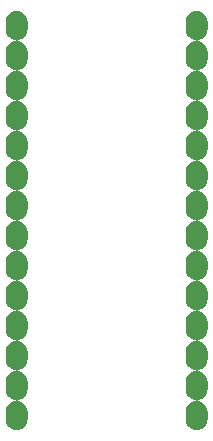
<source format=gbs>
G04 #@! TF.GenerationSoftware,KiCad,Pcbnew,(5.1.2-1)-1*
G04 #@! TF.CreationDate,2019-12-07T17:40:51-05:00*
G04 #@! TF.ProjectId,GW28R8128,47573238-5238-4313-9238-2e6b69636164,rev?*
G04 #@! TF.SameCoordinates,Original*
G04 #@! TF.FileFunction,Soldermask,Bot*
G04 #@! TF.FilePolarity,Negative*
%FSLAX46Y46*%
G04 Gerber Fmt 4.6, Leading zero omitted, Abs format (unit mm)*
G04 Created by KiCad (PCBNEW (5.1.2-1)-1) date 2019-12-07 17:40:51*
%MOMM*%
%LPD*%
G04 APERTURE LIST*
%ADD10C,0.100000*%
G04 APERTURE END LIST*
D10*
G36*
X40821566Y-19117202D02*
G01*
X40996155Y-19170163D01*
X40996158Y-19170164D01*
X41140545Y-19247340D01*
X41157058Y-19256167D01*
X41298091Y-19371909D01*
X41413833Y-19512941D01*
X41456835Y-19593392D01*
X41499836Y-19673841D01*
X41499836Y-19673842D01*
X41499837Y-19673844D01*
X41552798Y-19848433D01*
X41566200Y-19984504D01*
X41566200Y-20655496D01*
X41552798Y-20791567D01*
X41499837Y-20966156D01*
X41499836Y-20966159D01*
X41456835Y-21046608D01*
X41413833Y-21127059D01*
X41298091Y-21268091D01*
X41157059Y-21383833D01*
X41076607Y-21426835D01*
X40996159Y-21469836D01*
X40996156Y-21469837D01*
X40821567Y-21522798D01*
X40780863Y-21526807D01*
X40768654Y-21529235D01*
X40757154Y-21533999D01*
X40746804Y-21540915D01*
X40738002Y-21549717D01*
X40731086Y-21560067D01*
X40726322Y-21571567D01*
X40723894Y-21583776D01*
X40723894Y-21596224D01*
X40726322Y-21608433D01*
X40731086Y-21619933D01*
X40738002Y-21630283D01*
X40746804Y-21639085D01*
X40757154Y-21646001D01*
X40768654Y-21650765D01*
X40780863Y-21653193D01*
X40821566Y-21657202D01*
X40996155Y-21710163D01*
X40996158Y-21710164D01*
X41140545Y-21787340D01*
X41157058Y-21796167D01*
X41298091Y-21911909D01*
X41413833Y-22052941D01*
X41456835Y-22133393D01*
X41499836Y-22213841D01*
X41499836Y-22213842D01*
X41499837Y-22213844D01*
X41552798Y-22388433D01*
X41566200Y-22524504D01*
X41566200Y-23195496D01*
X41552798Y-23331567D01*
X41499837Y-23506156D01*
X41499836Y-23506159D01*
X41456835Y-23586607D01*
X41413833Y-23667059D01*
X41298091Y-23808091D01*
X41157059Y-23923833D01*
X41076608Y-23966835D01*
X40996159Y-24009836D01*
X40996156Y-24009837D01*
X40821567Y-24062798D01*
X40780863Y-24066807D01*
X40768654Y-24069235D01*
X40757154Y-24073999D01*
X40746804Y-24080915D01*
X40738002Y-24089717D01*
X40731086Y-24100067D01*
X40726322Y-24111567D01*
X40723894Y-24123776D01*
X40723894Y-24136224D01*
X40726322Y-24148433D01*
X40731086Y-24159933D01*
X40738002Y-24170283D01*
X40746804Y-24179085D01*
X40757154Y-24186001D01*
X40768654Y-24190765D01*
X40780863Y-24193193D01*
X40821566Y-24197202D01*
X40996155Y-24250163D01*
X40996158Y-24250164D01*
X41140545Y-24327340D01*
X41157058Y-24336167D01*
X41298091Y-24451909D01*
X41413833Y-24592941D01*
X41456835Y-24673393D01*
X41499836Y-24753841D01*
X41499836Y-24753842D01*
X41499837Y-24753844D01*
X41552798Y-24928433D01*
X41566200Y-25064504D01*
X41566200Y-25735496D01*
X41552798Y-25871567D01*
X41499837Y-26046156D01*
X41499836Y-26046159D01*
X41456835Y-26126607D01*
X41413833Y-26207059D01*
X41298091Y-26348091D01*
X41157059Y-26463833D01*
X41076607Y-26506835D01*
X40996159Y-26549836D01*
X40996156Y-26549837D01*
X40821567Y-26602798D01*
X40780863Y-26606807D01*
X40768654Y-26609235D01*
X40757154Y-26613999D01*
X40746804Y-26620915D01*
X40738002Y-26629717D01*
X40731086Y-26640067D01*
X40726322Y-26651567D01*
X40723894Y-26663776D01*
X40723894Y-26676224D01*
X40726322Y-26688433D01*
X40731086Y-26699933D01*
X40738002Y-26710283D01*
X40746804Y-26719085D01*
X40757154Y-26726001D01*
X40768654Y-26730765D01*
X40780863Y-26733193D01*
X40821566Y-26737202D01*
X40996155Y-26790163D01*
X40996158Y-26790164D01*
X41140545Y-26867340D01*
X41157058Y-26876167D01*
X41298091Y-26991909D01*
X41413833Y-27132941D01*
X41456835Y-27213392D01*
X41499836Y-27293841D01*
X41499836Y-27293842D01*
X41499837Y-27293844D01*
X41552798Y-27468433D01*
X41566200Y-27604504D01*
X41566200Y-28275496D01*
X41552798Y-28411567D01*
X41499837Y-28586156D01*
X41499836Y-28586159D01*
X41456835Y-28666608D01*
X41413833Y-28747059D01*
X41298091Y-28888091D01*
X41157059Y-29003833D01*
X41076608Y-29046835D01*
X40996159Y-29089836D01*
X40996156Y-29089837D01*
X40821567Y-29142798D01*
X40780863Y-29146807D01*
X40768654Y-29149235D01*
X40757154Y-29153999D01*
X40746804Y-29160915D01*
X40738002Y-29169717D01*
X40731086Y-29180067D01*
X40726322Y-29191567D01*
X40723894Y-29203776D01*
X40723894Y-29216224D01*
X40726322Y-29228433D01*
X40731086Y-29239933D01*
X40738002Y-29250283D01*
X40746804Y-29259085D01*
X40757154Y-29266001D01*
X40768654Y-29270765D01*
X40780863Y-29273193D01*
X40821566Y-29277202D01*
X40996155Y-29330163D01*
X40996158Y-29330164D01*
X41140545Y-29407340D01*
X41157058Y-29416167D01*
X41298091Y-29531909D01*
X41413833Y-29672941D01*
X41456835Y-29753392D01*
X41499836Y-29833841D01*
X41499836Y-29833842D01*
X41499837Y-29833844D01*
X41552798Y-30008433D01*
X41566200Y-30144504D01*
X41566200Y-30815496D01*
X41552798Y-30951567D01*
X41499837Y-31126156D01*
X41499836Y-31126159D01*
X41456835Y-31206607D01*
X41413833Y-31287059D01*
X41298091Y-31428091D01*
X41157059Y-31543833D01*
X41076608Y-31586835D01*
X40996159Y-31629836D01*
X40996156Y-31629837D01*
X40821567Y-31682798D01*
X40780863Y-31686807D01*
X40768654Y-31689235D01*
X40757154Y-31693999D01*
X40746804Y-31700915D01*
X40738002Y-31709717D01*
X40731086Y-31720067D01*
X40726322Y-31731567D01*
X40723894Y-31743776D01*
X40723894Y-31756224D01*
X40726322Y-31768433D01*
X40731086Y-31779933D01*
X40738002Y-31790283D01*
X40746804Y-31799085D01*
X40757154Y-31806001D01*
X40768654Y-31810765D01*
X40780863Y-31813193D01*
X40821566Y-31817202D01*
X40996155Y-31870163D01*
X40996158Y-31870164D01*
X41140545Y-31947340D01*
X41157058Y-31956167D01*
X41298091Y-32071909D01*
X41413833Y-32212941D01*
X41456835Y-32293392D01*
X41499836Y-32373841D01*
X41499836Y-32373842D01*
X41499837Y-32373844D01*
X41552798Y-32548433D01*
X41566200Y-32684504D01*
X41566200Y-33355496D01*
X41552798Y-33491567D01*
X41499837Y-33666156D01*
X41499836Y-33666159D01*
X41456835Y-33746608D01*
X41413833Y-33827059D01*
X41298091Y-33968091D01*
X41157059Y-34083833D01*
X41076607Y-34126835D01*
X40996159Y-34169836D01*
X40996156Y-34169837D01*
X40821567Y-34222798D01*
X40780863Y-34226807D01*
X40768654Y-34229235D01*
X40757154Y-34233999D01*
X40746804Y-34240915D01*
X40738002Y-34249717D01*
X40731086Y-34260067D01*
X40726322Y-34271567D01*
X40723894Y-34283776D01*
X40723894Y-34296224D01*
X40726322Y-34308433D01*
X40731086Y-34319933D01*
X40738002Y-34330283D01*
X40746804Y-34339085D01*
X40757154Y-34346001D01*
X40768654Y-34350765D01*
X40780863Y-34353193D01*
X40821566Y-34357202D01*
X40996155Y-34410163D01*
X40996158Y-34410164D01*
X41140545Y-34487340D01*
X41157058Y-34496167D01*
X41298091Y-34611909D01*
X41413833Y-34752941D01*
X41456835Y-34833393D01*
X41499836Y-34913841D01*
X41499836Y-34913842D01*
X41499837Y-34913844D01*
X41552798Y-35088433D01*
X41566200Y-35224504D01*
X41566200Y-35895496D01*
X41552798Y-36031567D01*
X41499837Y-36206156D01*
X41499836Y-36206159D01*
X41456835Y-36286607D01*
X41413833Y-36367059D01*
X41298091Y-36508091D01*
X41157059Y-36623833D01*
X41076608Y-36666835D01*
X40996159Y-36709836D01*
X40996156Y-36709837D01*
X40821567Y-36762798D01*
X40780863Y-36766807D01*
X40768654Y-36769235D01*
X40757154Y-36773999D01*
X40746804Y-36780915D01*
X40738002Y-36789717D01*
X40731086Y-36800067D01*
X40726322Y-36811567D01*
X40723894Y-36823776D01*
X40723894Y-36836224D01*
X40726322Y-36848433D01*
X40731086Y-36859933D01*
X40738002Y-36870283D01*
X40746804Y-36879085D01*
X40757154Y-36886001D01*
X40768654Y-36890765D01*
X40780863Y-36893193D01*
X40821566Y-36897202D01*
X40996155Y-36950163D01*
X40996158Y-36950164D01*
X41140545Y-37027340D01*
X41157058Y-37036167D01*
X41298091Y-37151909D01*
X41413833Y-37292941D01*
X41456835Y-37373393D01*
X41499836Y-37453841D01*
X41499836Y-37453842D01*
X41499837Y-37453844D01*
X41552798Y-37628433D01*
X41566200Y-37764504D01*
X41566200Y-38435496D01*
X41552798Y-38571567D01*
X41499837Y-38746156D01*
X41499836Y-38746159D01*
X41456835Y-38826607D01*
X41413833Y-38907059D01*
X41298091Y-39048091D01*
X41157059Y-39163833D01*
X41076607Y-39206835D01*
X40996159Y-39249836D01*
X40996156Y-39249837D01*
X40821567Y-39302798D01*
X40780863Y-39306807D01*
X40768654Y-39309235D01*
X40757154Y-39313999D01*
X40746804Y-39320915D01*
X40738002Y-39329717D01*
X40731086Y-39340067D01*
X40726322Y-39351567D01*
X40723894Y-39363776D01*
X40723894Y-39376224D01*
X40726322Y-39388433D01*
X40731086Y-39399933D01*
X40738002Y-39410283D01*
X40746804Y-39419085D01*
X40757154Y-39426001D01*
X40768654Y-39430765D01*
X40780863Y-39433193D01*
X40821566Y-39437202D01*
X40996155Y-39490163D01*
X40996158Y-39490164D01*
X41140545Y-39567340D01*
X41157058Y-39576167D01*
X41298091Y-39691909D01*
X41413833Y-39832941D01*
X41456835Y-39913393D01*
X41499836Y-39993841D01*
X41499836Y-39993842D01*
X41499837Y-39993844D01*
X41552798Y-40168433D01*
X41566200Y-40304504D01*
X41566200Y-40975496D01*
X41552798Y-41111567D01*
X41499837Y-41286156D01*
X41499836Y-41286159D01*
X41456835Y-41366608D01*
X41413833Y-41447059D01*
X41298091Y-41588091D01*
X41157059Y-41703833D01*
X41076608Y-41746835D01*
X40996159Y-41789836D01*
X40996156Y-41789837D01*
X40821567Y-41842798D01*
X40780863Y-41846807D01*
X40768654Y-41849235D01*
X40757154Y-41853999D01*
X40746804Y-41860915D01*
X40738002Y-41869717D01*
X40731086Y-41880067D01*
X40726322Y-41891567D01*
X40723894Y-41903776D01*
X40723894Y-41916224D01*
X40726322Y-41928433D01*
X40731086Y-41939933D01*
X40738002Y-41950283D01*
X40746804Y-41959085D01*
X40757154Y-41966001D01*
X40768654Y-41970765D01*
X40780863Y-41973193D01*
X40821566Y-41977202D01*
X40996155Y-42030163D01*
X40996158Y-42030164D01*
X41140545Y-42107340D01*
X41157058Y-42116167D01*
X41298091Y-42231909D01*
X41413833Y-42372941D01*
X41456835Y-42453393D01*
X41499836Y-42533841D01*
X41499836Y-42533842D01*
X41499837Y-42533844D01*
X41552798Y-42708433D01*
X41566200Y-42844504D01*
X41566200Y-43515496D01*
X41552798Y-43651567D01*
X41499837Y-43826156D01*
X41499836Y-43826159D01*
X41456835Y-43906608D01*
X41413833Y-43987059D01*
X41298091Y-44128091D01*
X41157059Y-44243833D01*
X41076607Y-44286835D01*
X40996159Y-44329836D01*
X40996156Y-44329837D01*
X40821567Y-44382798D01*
X40780863Y-44386807D01*
X40768654Y-44389235D01*
X40757154Y-44393999D01*
X40746804Y-44400915D01*
X40738002Y-44409717D01*
X40731086Y-44420067D01*
X40726322Y-44431567D01*
X40723894Y-44443776D01*
X40723894Y-44456224D01*
X40726322Y-44468433D01*
X40731086Y-44479933D01*
X40738002Y-44490283D01*
X40746804Y-44499085D01*
X40757154Y-44506001D01*
X40768654Y-44510765D01*
X40780863Y-44513193D01*
X40821566Y-44517202D01*
X40996155Y-44570163D01*
X40996158Y-44570164D01*
X41140545Y-44647340D01*
X41157058Y-44656167D01*
X41298091Y-44771909D01*
X41413833Y-44912941D01*
X41456835Y-44993393D01*
X41499836Y-45073841D01*
X41499836Y-45073842D01*
X41499837Y-45073844D01*
X41552798Y-45248433D01*
X41566200Y-45384504D01*
X41566200Y-46055496D01*
X41552798Y-46191567D01*
X41499837Y-46366156D01*
X41499836Y-46366159D01*
X41456835Y-46446607D01*
X41413833Y-46527059D01*
X41298091Y-46668091D01*
X41157059Y-46783833D01*
X41076608Y-46826835D01*
X40996159Y-46869836D01*
X40996156Y-46869837D01*
X40821567Y-46922798D01*
X40780863Y-46926807D01*
X40768654Y-46929235D01*
X40757154Y-46933999D01*
X40746804Y-46940915D01*
X40738002Y-46949717D01*
X40731086Y-46960067D01*
X40726322Y-46971567D01*
X40723894Y-46983776D01*
X40723894Y-46996224D01*
X40726322Y-47008433D01*
X40731086Y-47019933D01*
X40738002Y-47030283D01*
X40746804Y-47039085D01*
X40757154Y-47046001D01*
X40768654Y-47050765D01*
X40780863Y-47053193D01*
X40821566Y-47057202D01*
X40996155Y-47110163D01*
X40996158Y-47110164D01*
X41140545Y-47187340D01*
X41157058Y-47196167D01*
X41298091Y-47311909D01*
X41413833Y-47452941D01*
X41456835Y-47533393D01*
X41499836Y-47613841D01*
X41499836Y-47613842D01*
X41499837Y-47613844D01*
X41552798Y-47788433D01*
X41566200Y-47924504D01*
X41566200Y-48595496D01*
X41552798Y-48731567D01*
X41499837Y-48906156D01*
X41499836Y-48906159D01*
X41456835Y-48986608D01*
X41413833Y-49067059D01*
X41298091Y-49208091D01*
X41157059Y-49323833D01*
X41076608Y-49366835D01*
X40996159Y-49409836D01*
X40996156Y-49409837D01*
X40821567Y-49462798D01*
X40780863Y-49466807D01*
X40768654Y-49469235D01*
X40757154Y-49473999D01*
X40746804Y-49480915D01*
X40738002Y-49489717D01*
X40731086Y-49500067D01*
X40726322Y-49511567D01*
X40723894Y-49523776D01*
X40723894Y-49536224D01*
X40726322Y-49548433D01*
X40731086Y-49559933D01*
X40738002Y-49570283D01*
X40746804Y-49579085D01*
X40757154Y-49586001D01*
X40768654Y-49590765D01*
X40780863Y-49593193D01*
X40821566Y-49597202D01*
X40996155Y-49650163D01*
X40996158Y-49650164D01*
X41140545Y-49727340D01*
X41157058Y-49736167D01*
X41298091Y-49851909D01*
X41413833Y-49992941D01*
X41456835Y-50073393D01*
X41499836Y-50153841D01*
X41499836Y-50153842D01*
X41499837Y-50153844D01*
X41552798Y-50328433D01*
X41566200Y-50464504D01*
X41566200Y-51135496D01*
X41552798Y-51271567D01*
X41499837Y-51446156D01*
X41499836Y-51446159D01*
X41456835Y-51526608D01*
X41413833Y-51607059D01*
X41298091Y-51748091D01*
X41157059Y-51863833D01*
X41076608Y-51906835D01*
X40996159Y-51949836D01*
X40996156Y-51949837D01*
X40821567Y-52002798D01*
X40780863Y-52006807D01*
X40768654Y-52009235D01*
X40757154Y-52013999D01*
X40746804Y-52020915D01*
X40738002Y-52029717D01*
X40731086Y-52040067D01*
X40726322Y-52051567D01*
X40723894Y-52063776D01*
X40723894Y-52076224D01*
X40726322Y-52088433D01*
X40731086Y-52099933D01*
X40738002Y-52110283D01*
X40746804Y-52119085D01*
X40757154Y-52126001D01*
X40768654Y-52130765D01*
X40780863Y-52133193D01*
X40821566Y-52137202D01*
X40996155Y-52190163D01*
X40996158Y-52190164D01*
X41140545Y-52267340D01*
X41157058Y-52276167D01*
X41298091Y-52391909D01*
X41413833Y-52532941D01*
X41456835Y-52613392D01*
X41499836Y-52693841D01*
X41499836Y-52693842D01*
X41499837Y-52693844D01*
X41552798Y-52868433D01*
X41566200Y-53004504D01*
X41566200Y-53675496D01*
X41552798Y-53811567D01*
X41499837Y-53986156D01*
X41499836Y-53986159D01*
X41456835Y-54066608D01*
X41413833Y-54147059D01*
X41298091Y-54288091D01*
X41157059Y-54403833D01*
X41076608Y-54446835D01*
X40996159Y-54489836D01*
X40996156Y-54489837D01*
X40821567Y-54542798D01*
X40640000Y-54560681D01*
X40458434Y-54542798D01*
X40283845Y-54489837D01*
X40283842Y-54489836D01*
X40203393Y-54446835D01*
X40122942Y-54403833D01*
X39981910Y-54288091D01*
X39866168Y-54147059D01*
X39780163Y-53986156D01*
X39727202Y-53811567D01*
X39713800Y-53675496D01*
X39713800Y-53004505D01*
X39727202Y-52868434D01*
X39780163Y-52693845D01*
X39780164Y-52693842D01*
X39866166Y-52532944D01*
X39866167Y-52532942D01*
X39981909Y-52391909D01*
X40122941Y-52276167D01*
X40203393Y-52233165D01*
X40283841Y-52190164D01*
X40283844Y-52190163D01*
X40458433Y-52137202D01*
X40499137Y-52133193D01*
X40511346Y-52130765D01*
X40522846Y-52126001D01*
X40533196Y-52119085D01*
X40541998Y-52110283D01*
X40548914Y-52099933D01*
X40553678Y-52088433D01*
X40556106Y-52076224D01*
X40556106Y-52063776D01*
X40553678Y-52051567D01*
X40548914Y-52040067D01*
X40541998Y-52029717D01*
X40533196Y-52020915D01*
X40522846Y-52013999D01*
X40511346Y-52009235D01*
X40499137Y-52006807D01*
X40494833Y-52006383D01*
X40458434Y-52002798D01*
X40283845Y-51949837D01*
X40283842Y-51949836D01*
X40203394Y-51906835D01*
X40122942Y-51863833D01*
X39981910Y-51748091D01*
X39866168Y-51607059D01*
X39780163Y-51446156D01*
X39727202Y-51271567D01*
X39713800Y-51135496D01*
X39713800Y-50464505D01*
X39727202Y-50328434D01*
X39780163Y-50153845D01*
X39780164Y-50153842D01*
X39866166Y-49992944D01*
X39866167Y-49992942D01*
X39981909Y-49851909D01*
X40122941Y-49736167D01*
X40203393Y-49693165D01*
X40283841Y-49650164D01*
X40283844Y-49650163D01*
X40458433Y-49597202D01*
X40499137Y-49593193D01*
X40511346Y-49590765D01*
X40522846Y-49586001D01*
X40533196Y-49579085D01*
X40541998Y-49570283D01*
X40548914Y-49559933D01*
X40553678Y-49548433D01*
X40556106Y-49536224D01*
X40556106Y-49523776D01*
X40553678Y-49511567D01*
X40548914Y-49500067D01*
X40541998Y-49489717D01*
X40533196Y-49480915D01*
X40522846Y-49473999D01*
X40511346Y-49469235D01*
X40499137Y-49466807D01*
X40494833Y-49466383D01*
X40458434Y-49462798D01*
X40283845Y-49409837D01*
X40283842Y-49409836D01*
X40203393Y-49366835D01*
X40122942Y-49323833D01*
X39981910Y-49208091D01*
X39866168Y-49067059D01*
X39780163Y-48906156D01*
X39727202Y-48731567D01*
X39713800Y-48595496D01*
X39713800Y-47924505D01*
X39727202Y-47788434D01*
X39780163Y-47613845D01*
X39780164Y-47613842D01*
X39866166Y-47452944D01*
X39866167Y-47452942D01*
X39981909Y-47311909D01*
X40122941Y-47196167D01*
X40203393Y-47153165D01*
X40283841Y-47110164D01*
X40283844Y-47110163D01*
X40458433Y-47057202D01*
X40499137Y-47053193D01*
X40511346Y-47050765D01*
X40522846Y-47046001D01*
X40533196Y-47039085D01*
X40541998Y-47030283D01*
X40548914Y-47019933D01*
X40553678Y-47008433D01*
X40556106Y-46996224D01*
X40556106Y-46983776D01*
X40553678Y-46971567D01*
X40548914Y-46960067D01*
X40541998Y-46949717D01*
X40533196Y-46940915D01*
X40522846Y-46933999D01*
X40511346Y-46929235D01*
X40499137Y-46926807D01*
X40494833Y-46926383D01*
X40458434Y-46922798D01*
X40283845Y-46869837D01*
X40283842Y-46869836D01*
X40203393Y-46826835D01*
X40122942Y-46783833D01*
X39981910Y-46668091D01*
X39866168Y-46527059D01*
X39780163Y-46366156D01*
X39727202Y-46191567D01*
X39713800Y-46055496D01*
X39713800Y-45384505D01*
X39727202Y-45248434D01*
X39780163Y-45073845D01*
X39780164Y-45073842D01*
X39866166Y-44912944D01*
X39866167Y-44912942D01*
X39981909Y-44771909D01*
X40122941Y-44656167D01*
X40203392Y-44613165D01*
X40283841Y-44570164D01*
X40283844Y-44570163D01*
X40458433Y-44517202D01*
X40499137Y-44513193D01*
X40511346Y-44510765D01*
X40522846Y-44506001D01*
X40533196Y-44499085D01*
X40541998Y-44490283D01*
X40548914Y-44479933D01*
X40553678Y-44468433D01*
X40556106Y-44456224D01*
X40556106Y-44443776D01*
X40553678Y-44431567D01*
X40548914Y-44420067D01*
X40541998Y-44409717D01*
X40533196Y-44400915D01*
X40522846Y-44393999D01*
X40511346Y-44389235D01*
X40499137Y-44386807D01*
X40494833Y-44386383D01*
X40458434Y-44382798D01*
X40283845Y-44329837D01*
X40283842Y-44329836D01*
X40203394Y-44286835D01*
X40122942Y-44243833D01*
X39981910Y-44128091D01*
X39866168Y-43987059D01*
X39780163Y-43826156D01*
X39727202Y-43651567D01*
X39713800Y-43515496D01*
X39713800Y-42844505D01*
X39727202Y-42708434D01*
X39780163Y-42533845D01*
X39780164Y-42533842D01*
X39866166Y-42372944D01*
X39866167Y-42372942D01*
X39981909Y-42231909D01*
X40122941Y-42116167D01*
X40203393Y-42073165D01*
X40283841Y-42030164D01*
X40283844Y-42030163D01*
X40458433Y-41977202D01*
X40499137Y-41973193D01*
X40511346Y-41970765D01*
X40522846Y-41966001D01*
X40533196Y-41959085D01*
X40541998Y-41950283D01*
X40548914Y-41939933D01*
X40553678Y-41928433D01*
X40556106Y-41916224D01*
X40556106Y-41903776D01*
X40553678Y-41891567D01*
X40548914Y-41880067D01*
X40541998Y-41869717D01*
X40533196Y-41860915D01*
X40522846Y-41853999D01*
X40511346Y-41849235D01*
X40499137Y-41846807D01*
X40494833Y-41846383D01*
X40458434Y-41842798D01*
X40283845Y-41789837D01*
X40283842Y-41789836D01*
X40203393Y-41746835D01*
X40122942Y-41703833D01*
X39981910Y-41588091D01*
X39866168Y-41447059D01*
X39780163Y-41286156D01*
X39727202Y-41111567D01*
X39713800Y-40975496D01*
X39713800Y-40304505D01*
X39727202Y-40168434D01*
X39780163Y-39993845D01*
X39780164Y-39993842D01*
X39866166Y-39832944D01*
X39866167Y-39832942D01*
X39981909Y-39691909D01*
X40122941Y-39576167D01*
X40203392Y-39533165D01*
X40283841Y-39490164D01*
X40283844Y-39490163D01*
X40458433Y-39437202D01*
X40499137Y-39433193D01*
X40511346Y-39430765D01*
X40522846Y-39426001D01*
X40533196Y-39419085D01*
X40541998Y-39410283D01*
X40548914Y-39399933D01*
X40553678Y-39388433D01*
X40556106Y-39376224D01*
X40556106Y-39363776D01*
X40553678Y-39351567D01*
X40548914Y-39340067D01*
X40541998Y-39329717D01*
X40533196Y-39320915D01*
X40522846Y-39313999D01*
X40511346Y-39309235D01*
X40499137Y-39306807D01*
X40494833Y-39306383D01*
X40458434Y-39302798D01*
X40283845Y-39249837D01*
X40283842Y-39249836D01*
X40203394Y-39206835D01*
X40122942Y-39163833D01*
X39981910Y-39048091D01*
X39866168Y-38907059D01*
X39780163Y-38746156D01*
X39727202Y-38571567D01*
X39713800Y-38435496D01*
X39713800Y-37764505D01*
X39727202Y-37628434D01*
X39780163Y-37453845D01*
X39780164Y-37453842D01*
X39866166Y-37292944D01*
X39866167Y-37292942D01*
X39981909Y-37151909D01*
X40122941Y-37036167D01*
X40203393Y-36993165D01*
X40283841Y-36950164D01*
X40283844Y-36950163D01*
X40458433Y-36897202D01*
X40499137Y-36893193D01*
X40511346Y-36890765D01*
X40522846Y-36886001D01*
X40533196Y-36879085D01*
X40541998Y-36870283D01*
X40548914Y-36859933D01*
X40553678Y-36848433D01*
X40556106Y-36836224D01*
X40556106Y-36823776D01*
X40553678Y-36811567D01*
X40548914Y-36800067D01*
X40541998Y-36789717D01*
X40533196Y-36780915D01*
X40522846Y-36773999D01*
X40511346Y-36769235D01*
X40499137Y-36766807D01*
X40494833Y-36766383D01*
X40458434Y-36762798D01*
X40283845Y-36709837D01*
X40283842Y-36709836D01*
X40203393Y-36666835D01*
X40122942Y-36623833D01*
X39981910Y-36508091D01*
X39866168Y-36367059D01*
X39780163Y-36206156D01*
X39727202Y-36031567D01*
X39713800Y-35895496D01*
X39713800Y-35224505D01*
X39727202Y-35088434D01*
X39780163Y-34913845D01*
X39780164Y-34913842D01*
X39866166Y-34752944D01*
X39866167Y-34752942D01*
X39981909Y-34611909D01*
X40122941Y-34496167D01*
X40203392Y-34453165D01*
X40283841Y-34410164D01*
X40283844Y-34410163D01*
X40458433Y-34357202D01*
X40499137Y-34353193D01*
X40511346Y-34350765D01*
X40522846Y-34346001D01*
X40533196Y-34339085D01*
X40541998Y-34330283D01*
X40548914Y-34319933D01*
X40553678Y-34308433D01*
X40556106Y-34296224D01*
X40556106Y-34283776D01*
X40553678Y-34271567D01*
X40548914Y-34260067D01*
X40541998Y-34249717D01*
X40533196Y-34240915D01*
X40522846Y-34233999D01*
X40511346Y-34229235D01*
X40499137Y-34226807D01*
X40494833Y-34226383D01*
X40458434Y-34222798D01*
X40283845Y-34169837D01*
X40283842Y-34169836D01*
X40203394Y-34126835D01*
X40122942Y-34083833D01*
X39981910Y-33968091D01*
X39866168Y-33827059D01*
X39780163Y-33666156D01*
X39727202Y-33491567D01*
X39713800Y-33355496D01*
X39713800Y-32684505D01*
X39727202Y-32548434D01*
X39780163Y-32373845D01*
X39780164Y-32373842D01*
X39866166Y-32212944D01*
X39866167Y-32212942D01*
X39981909Y-32071909D01*
X40122941Y-31956167D01*
X40203393Y-31913165D01*
X40283841Y-31870164D01*
X40283844Y-31870163D01*
X40458433Y-31817202D01*
X40499137Y-31813193D01*
X40511346Y-31810765D01*
X40522846Y-31806001D01*
X40533196Y-31799085D01*
X40541998Y-31790283D01*
X40548914Y-31779933D01*
X40553678Y-31768433D01*
X40556106Y-31756224D01*
X40556106Y-31743776D01*
X40553678Y-31731567D01*
X40548914Y-31720067D01*
X40541998Y-31709717D01*
X40533196Y-31700915D01*
X40522846Y-31693999D01*
X40511346Y-31689235D01*
X40499137Y-31686807D01*
X40494833Y-31686383D01*
X40458434Y-31682798D01*
X40283845Y-31629837D01*
X40283842Y-31629836D01*
X40203394Y-31586835D01*
X40122942Y-31543833D01*
X39981910Y-31428091D01*
X39866168Y-31287059D01*
X39780163Y-31126156D01*
X39727202Y-30951567D01*
X39713800Y-30815496D01*
X39713800Y-30144505D01*
X39727202Y-30008434D01*
X39780163Y-29833845D01*
X39780164Y-29833842D01*
X39866166Y-29672944D01*
X39866167Y-29672942D01*
X39981909Y-29531909D01*
X40122941Y-29416167D01*
X40203393Y-29373165D01*
X40283841Y-29330164D01*
X40283844Y-29330163D01*
X40458433Y-29277202D01*
X40499137Y-29273193D01*
X40511346Y-29270765D01*
X40522846Y-29266001D01*
X40533196Y-29259085D01*
X40541998Y-29250283D01*
X40548914Y-29239933D01*
X40553678Y-29228433D01*
X40556106Y-29216224D01*
X40556106Y-29203776D01*
X40553678Y-29191567D01*
X40548914Y-29180067D01*
X40541998Y-29169717D01*
X40533196Y-29160915D01*
X40522846Y-29153999D01*
X40511346Y-29149235D01*
X40499137Y-29146807D01*
X40494833Y-29146383D01*
X40458434Y-29142798D01*
X40283845Y-29089837D01*
X40283842Y-29089836D01*
X40203393Y-29046835D01*
X40122942Y-29003833D01*
X39981910Y-28888091D01*
X39866168Y-28747059D01*
X39780163Y-28586156D01*
X39727202Y-28411567D01*
X39713800Y-28275496D01*
X39713800Y-27604505D01*
X39727202Y-27468434D01*
X39780163Y-27293845D01*
X39780164Y-27293842D01*
X39866166Y-27132944D01*
X39866167Y-27132942D01*
X39981909Y-26991909D01*
X40122941Y-26876167D01*
X40203392Y-26833165D01*
X40283841Y-26790164D01*
X40283844Y-26790163D01*
X40458433Y-26737202D01*
X40499137Y-26733193D01*
X40511346Y-26730765D01*
X40522846Y-26726001D01*
X40533196Y-26719085D01*
X40541998Y-26710283D01*
X40548914Y-26699933D01*
X40553678Y-26688433D01*
X40556106Y-26676224D01*
X40556106Y-26663776D01*
X40553678Y-26651567D01*
X40548914Y-26640067D01*
X40541998Y-26629717D01*
X40533196Y-26620915D01*
X40522846Y-26613999D01*
X40511346Y-26609235D01*
X40499137Y-26606807D01*
X40494833Y-26606383D01*
X40458434Y-26602798D01*
X40283845Y-26549837D01*
X40283842Y-26549836D01*
X40203393Y-26506835D01*
X40122942Y-26463833D01*
X39981910Y-26348091D01*
X39866168Y-26207059D01*
X39780163Y-26046156D01*
X39727202Y-25871567D01*
X39713800Y-25735496D01*
X39713800Y-25064505D01*
X39727202Y-24928434D01*
X39780163Y-24753845D01*
X39780164Y-24753842D01*
X39866166Y-24592944D01*
X39866167Y-24592942D01*
X39981909Y-24451909D01*
X40122941Y-24336167D01*
X40203393Y-24293165D01*
X40283841Y-24250164D01*
X40283844Y-24250163D01*
X40458433Y-24197202D01*
X40499137Y-24193193D01*
X40511346Y-24190765D01*
X40522846Y-24186001D01*
X40533196Y-24179085D01*
X40541998Y-24170283D01*
X40548914Y-24159933D01*
X40553678Y-24148433D01*
X40556106Y-24136224D01*
X40556106Y-24123776D01*
X40553678Y-24111567D01*
X40548914Y-24100067D01*
X40541998Y-24089717D01*
X40533196Y-24080915D01*
X40522846Y-24073999D01*
X40511346Y-24069235D01*
X40499137Y-24066807D01*
X40494833Y-24066383D01*
X40458434Y-24062798D01*
X40283845Y-24009837D01*
X40283842Y-24009836D01*
X40203394Y-23966835D01*
X40122942Y-23923833D01*
X39981910Y-23808091D01*
X39866168Y-23667059D01*
X39780163Y-23506156D01*
X39727202Y-23331567D01*
X39713800Y-23195496D01*
X39713800Y-22524505D01*
X39727202Y-22388434D01*
X39780163Y-22213845D01*
X39780164Y-22213842D01*
X39866166Y-22052944D01*
X39866167Y-22052942D01*
X39981909Y-21911909D01*
X40122941Y-21796167D01*
X40203393Y-21753165D01*
X40283841Y-21710164D01*
X40283844Y-21710163D01*
X40458433Y-21657202D01*
X40499137Y-21653193D01*
X40511346Y-21650765D01*
X40522846Y-21646001D01*
X40533196Y-21639085D01*
X40541998Y-21630283D01*
X40548914Y-21619933D01*
X40553678Y-21608433D01*
X40556106Y-21596224D01*
X40556106Y-21583776D01*
X40553678Y-21571567D01*
X40548914Y-21560067D01*
X40541998Y-21549717D01*
X40533196Y-21540915D01*
X40522846Y-21533999D01*
X40511346Y-21529235D01*
X40499137Y-21526807D01*
X40494833Y-21526383D01*
X40458434Y-21522798D01*
X40283845Y-21469837D01*
X40283842Y-21469836D01*
X40203394Y-21426835D01*
X40122942Y-21383833D01*
X39981910Y-21268091D01*
X39866168Y-21127059D01*
X39780163Y-20966156D01*
X39727202Y-20791567D01*
X39713800Y-20655496D01*
X39713800Y-19984505D01*
X39727202Y-19848434D01*
X39780163Y-19673845D01*
X39780164Y-19673842D01*
X39866166Y-19512944D01*
X39866167Y-19512942D01*
X39981909Y-19371909D01*
X40122941Y-19256167D01*
X40203392Y-19213165D01*
X40283841Y-19170164D01*
X40283844Y-19170163D01*
X40458433Y-19117202D01*
X40640000Y-19099319D01*
X40821566Y-19117202D01*
X40821566Y-19117202D01*
G37*
G36*
X56061566Y-19117202D02*
G01*
X56236155Y-19170163D01*
X56236158Y-19170164D01*
X56380545Y-19247340D01*
X56397058Y-19256167D01*
X56538091Y-19371909D01*
X56653833Y-19512941D01*
X56696835Y-19593392D01*
X56739836Y-19673841D01*
X56739836Y-19673842D01*
X56739837Y-19673844D01*
X56792798Y-19848433D01*
X56806200Y-19984504D01*
X56806200Y-20655496D01*
X56792798Y-20791567D01*
X56739837Y-20966156D01*
X56739836Y-20966159D01*
X56696835Y-21046607D01*
X56653833Y-21127059D01*
X56538091Y-21268091D01*
X56397059Y-21383833D01*
X56316607Y-21426835D01*
X56236159Y-21469836D01*
X56236156Y-21469837D01*
X56061567Y-21522798D01*
X56020863Y-21526807D01*
X56008654Y-21529235D01*
X55997154Y-21533999D01*
X55986804Y-21540915D01*
X55978002Y-21549717D01*
X55971086Y-21560067D01*
X55966322Y-21571567D01*
X55963894Y-21583776D01*
X55963894Y-21596224D01*
X55966322Y-21608433D01*
X55971086Y-21619933D01*
X55978002Y-21630283D01*
X55986804Y-21639085D01*
X55997154Y-21646001D01*
X56008654Y-21650765D01*
X56020863Y-21653193D01*
X56061566Y-21657202D01*
X56236155Y-21710163D01*
X56236158Y-21710164D01*
X56380545Y-21787340D01*
X56397058Y-21796167D01*
X56538091Y-21911909D01*
X56653833Y-22052941D01*
X56696835Y-22133393D01*
X56739836Y-22213841D01*
X56739836Y-22213842D01*
X56739837Y-22213844D01*
X56792798Y-22388433D01*
X56806200Y-22524504D01*
X56806200Y-23195496D01*
X56792798Y-23331567D01*
X56739837Y-23506156D01*
X56739836Y-23506159D01*
X56696835Y-23586607D01*
X56653833Y-23667059D01*
X56538091Y-23808091D01*
X56397059Y-23923833D01*
X56316608Y-23966835D01*
X56236159Y-24009836D01*
X56236156Y-24009837D01*
X56061567Y-24062798D01*
X56020863Y-24066807D01*
X56008654Y-24069235D01*
X55997154Y-24073999D01*
X55986804Y-24080915D01*
X55978002Y-24089717D01*
X55971086Y-24100067D01*
X55966322Y-24111567D01*
X55963894Y-24123776D01*
X55963894Y-24136224D01*
X55966322Y-24148433D01*
X55971086Y-24159933D01*
X55978002Y-24170283D01*
X55986804Y-24179085D01*
X55997154Y-24186001D01*
X56008654Y-24190765D01*
X56020863Y-24193193D01*
X56061566Y-24197202D01*
X56236155Y-24250163D01*
X56236158Y-24250164D01*
X56380545Y-24327340D01*
X56397058Y-24336167D01*
X56538091Y-24451909D01*
X56653833Y-24592941D01*
X56696835Y-24673393D01*
X56739836Y-24753841D01*
X56739836Y-24753842D01*
X56739837Y-24753844D01*
X56792798Y-24928433D01*
X56806200Y-25064504D01*
X56806200Y-25735496D01*
X56792798Y-25871567D01*
X56739837Y-26046156D01*
X56739836Y-26046159D01*
X56696835Y-26126607D01*
X56653833Y-26207059D01*
X56538091Y-26348091D01*
X56397059Y-26463833D01*
X56316607Y-26506835D01*
X56236159Y-26549836D01*
X56236156Y-26549837D01*
X56061567Y-26602798D01*
X56020863Y-26606807D01*
X56008654Y-26609235D01*
X55997154Y-26613999D01*
X55986804Y-26620915D01*
X55978002Y-26629717D01*
X55971086Y-26640067D01*
X55966322Y-26651567D01*
X55963894Y-26663776D01*
X55963894Y-26676224D01*
X55966322Y-26688433D01*
X55971086Y-26699933D01*
X55978002Y-26710283D01*
X55986804Y-26719085D01*
X55997154Y-26726001D01*
X56008654Y-26730765D01*
X56020863Y-26733193D01*
X56061566Y-26737202D01*
X56236155Y-26790163D01*
X56236158Y-26790164D01*
X56380545Y-26867340D01*
X56397058Y-26876167D01*
X56538091Y-26991909D01*
X56653833Y-27132941D01*
X56696835Y-27213392D01*
X56739836Y-27293841D01*
X56739836Y-27293842D01*
X56739837Y-27293844D01*
X56792798Y-27468433D01*
X56806200Y-27604504D01*
X56806200Y-28275496D01*
X56792798Y-28411567D01*
X56739837Y-28586156D01*
X56739836Y-28586159D01*
X56696835Y-28666607D01*
X56653833Y-28747059D01*
X56538091Y-28888091D01*
X56397059Y-29003833D01*
X56316608Y-29046835D01*
X56236159Y-29089836D01*
X56236156Y-29089837D01*
X56061567Y-29142798D01*
X56020863Y-29146807D01*
X56008654Y-29149235D01*
X55997154Y-29153999D01*
X55986804Y-29160915D01*
X55978002Y-29169717D01*
X55971086Y-29180067D01*
X55966322Y-29191567D01*
X55963894Y-29203776D01*
X55963894Y-29216224D01*
X55966322Y-29228433D01*
X55971086Y-29239933D01*
X55978002Y-29250283D01*
X55986804Y-29259085D01*
X55997154Y-29266001D01*
X56008654Y-29270765D01*
X56020863Y-29273193D01*
X56061566Y-29277202D01*
X56236155Y-29330163D01*
X56236158Y-29330164D01*
X56380545Y-29407340D01*
X56397058Y-29416167D01*
X56538091Y-29531909D01*
X56653833Y-29672941D01*
X56696835Y-29753392D01*
X56739836Y-29833841D01*
X56739836Y-29833842D01*
X56739837Y-29833844D01*
X56792798Y-30008433D01*
X56806200Y-30144504D01*
X56806200Y-30815496D01*
X56792798Y-30951567D01*
X56739837Y-31126156D01*
X56739836Y-31126159D01*
X56696835Y-31206608D01*
X56653833Y-31287059D01*
X56538091Y-31428091D01*
X56397059Y-31543833D01*
X56316608Y-31586835D01*
X56236159Y-31629836D01*
X56236156Y-31629837D01*
X56061567Y-31682798D01*
X56020863Y-31686807D01*
X56008654Y-31689235D01*
X55997154Y-31693999D01*
X55986804Y-31700915D01*
X55978002Y-31709717D01*
X55971086Y-31720067D01*
X55966322Y-31731567D01*
X55963894Y-31743776D01*
X55963894Y-31756224D01*
X55966322Y-31768433D01*
X55971086Y-31779933D01*
X55978002Y-31790283D01*
X55986804Y-31799085D01*
X55997154Y-31806001D01*
X56008654Y-31810765D01*
X56020863Y-31813193D01*
X56061566Y-31817202D01*
X56236155Y-31870163D01*
X56236158Y-31870164D01*
X56380545Y-31947340D01*
X56397058Y-31956167D01*
X56538091Y-32071909D01*
X56653833Y-32212941D01*
X56696835Y-32293392D01*
X56739836Y-32373841D01*
X56739836Y-32373842D01*
X56739837Y-32373844D01*
X56792798Y-32548433D01*
X56806200Y-32684504D01*
X56806200Y-33355496D01*
X56792798Y-33491567D01*
X56739837Y-33666156D01*
X56739836Y-33666159D01*
X56696835Y-33746607D01*
X56653833Y-33827059D01*
X56538091Y-33968091D01*
X56397059Y-34083833D01*
X56316607Y-34126835D01*
X56236159Y-34169836D01*
X56236156Y-34169837D01*
X56061567Y-34222798D01*
X56020863Y-34226807D01*
X56008654Y-34229235D01*
X55997154Y-34233999D01*
X55986804Y-34240915D01*
X55978002Y-34249717D01*
X55971086Y-34260067D01*
X55966322Y-34271567D01*
X55963894Y-34283776D01*
X55963894Y-34296224D01*
X55966322Y-34308433D01*
X55971086Y-34319933D01*
X55978002Y-34330283D01*
X55986804Y-34339085D01*
X55997154Y-34346001D01*
X56008654Y-34350765D01*
X56020863Y-34353193D01*
X56061566Y-34357202D01*
X56236155Y-34410163D01*
X56236158Y-34410164D01*
X56380545Y-34487340D01*
X56397058Y-34496167D01*
X56538091Y-34611909D01*
X56653833Y-34752941D01*
X56696835Y-34833392D01*
X56739836Y-34913841D01*
X56739836Y-34913842D01*
X56739837Y-34913844D01*
X56792798Y-35088433D01*
X56806200Y-35224504D01*
X56806200Y-35895496D01*
X56792798Y-36031567D01*
X56739837Y-36206156D01*
X56739836Y-36206159D01*
X56696835Y-36286607D01*
X56653833Y-36367059D01*
X56538091Y-36508091D01*
X56397059Y-36623833D01*
X56316608Y-36666835D01*
X56236159Y-36709836D01*
X56236156Y-36709837D01*
X56061567Y-36762798D01*
X56020863Y-36766807D01*
X56008654Y-36769235D01*
X55997154Y-36773999D01*
X55986804Y-36780915D01*
X55978002Y-36789717D01*
X55971086Y-36800067D01*
X55966322Y-36811567D01*
X55963894Y-36823776D01*
X55963894Y-36836224D01*
X55966322Y-36848433D01*
X55971086Y-36859933D01*
X55978002Y-36870283D01*
X55986804Y-36879085D01*
X55997154Y-36886001D01*
X56008654Y-36890765D01*
X56020863Y-36893193D01*
X56061566Y-36897202D01*
X56236155Y-36950163D01*
X56236158Y-36950164D01*
X56380545Y-37027340D01*
X56397058Y-37036167D01*
X56538091Y-37151909D01*
X56653833Y-37292941D01*
X56696835Y-37373393D01*
X56739836Y-37453841D01*
X56739836Y-37453842D01*
X56739837Y-37453844D01*
X56792798Y-37628433D01*
X56806200Y-37764504D01*
X56806200Y-38435496D01*
X56792798Y-38571567D01*
X56739837Y-38746156D01*
X56739836Y-38746159D01*
X56696835Y-38826607D01*
X56653833Y-38907059D01*
X56538091Y-39048091D01*
X56397059Y-39163833D01*
X56316607Y-39206835D01*
X56236159Y-39249836D01*
X56236156Y-39249837D01*
X56061567Y-39302798D01*
X56020863Y-39306807D01*
X56008654Y-39309235D01*
X55997154Y-39313999D01*
X55986804Y-39320915D01*
X55978002Y-39329717D01*
X55971086Y-39340067D01*
X55966322Y-39351567D01*
X55963894Y-39363776D01*
X55963894Y-39376224D01*
X55966322Y-39388433D01*
X55971086Y-39399933D01*
X55978002Y-39410283D01*
X55986804Y-39419085D01*
X55997154Y-39426001D01*
X56008654Y-39430765D01*
X56020863Y-39433193D01*
X56061566Y-39437202D01*
X56236155Y-39490163D01*
X56236158Y-39490164D01*
X56380545Y-39567340D01*
X56397058Y-39576167D01*
X56538091Y-39691909D01*
X56653833Y-39832941D01*
X56696835Y-39913393D01*
X56739836Y-39993841D01*
X56739836Y-39993842D01*
X56739837Y-39993844D01*
X56792798Y-40168433D01*
X56806200Y-40304504D01*
X56806200Y-40975496D01*
X56792798Y-41111567D01*
X56739837Y-41286156D01*
X56739836Y-41286159D01*
X56696835Y-41366607D01*
X56653833Y-41447059D01*
X56538091Y-41588091D01*
X56397059Y-41703833D01*
X56316607Y-41746835D01*
X56236159Y-41789836D01*
X56236156Y-41789837D01*
X56061567Y-41842798D01*
X56020863Y-41846807D01*
X56008654Y-41849235D01*
X55997154Y-41853999D01*
X55986804Y-41860915D01*
X55978002Y-41869717D01*
X55971086Y-41880067D01*
X55966322Y-41891567D01*
X55963894Y-41903776D01*
X55963894Y-41916224D01*
X55966322Y-41928433D01*
X55971086Y-41939933D01*
X55978002Y-41950283D01*
X55986804Y-41959085D01*
X55997154Y-41966001D01*
X56008654Y-41970765D01*
X56020863Y-41973193D01*
X56061566Y-41977202D01*
X56236155Y-42030163D01*
X56236158Y-42030164D01*
X56380545Y-42107340D01*
X56397058Y-42116167D01*
X56538091Y-42231909D01*
X56653833Y-42372941D01*
X56696835Y-42453393D01*
X56739836Y-42533841D01*
X56739836Y-42533842D01*
X56739837Y-42533844D01*
X56792798Y-42708433D01*
X56806200Y-42844504D01*
X56806200Y-43515496D01*
X56792798Y-43651567D01*
X56739837Y-43826156D01*
X56739836Y-43826159D01*
X56696835Y-43906608D01*
X56653833Y-43987059D01*
X56538091Y-44128091D01*
X56397059Y-44243833D01*
X56316608Y-44286835D01*
X56236159Y-44329836D01*
X56236156Y-44329837D01*
X56061567Y-44382798D01*
X56020863Y-44386807D01*
X56008654Y-44389235D01*
X55997154Y-44393999D01*
X55986804Y-44400915D01*
X55978002Y-44409717D01*
X55971086Y-44420067D01*
X55966322Y-44431567D01*
X55963894Y-44443776D01*
X55963894Y-44456224D01*
X55966322Y-44468433D01*
X55971086Y-44479933D01*
X55978002Y-44490283D01*
X55986804Y-44499085D01*
X55997154Y-44506001D01*
X56008654Y-44510765D01*
X56020863Y-44513193D01*
X56061566Y-44517202D01*
X56236155Y-44570163D01*
X56236158Y-44570164D01*
X56380545Y-44647340D01*
X56397058Y-44656167D01*
X56538091Y-44771909D01*
X56653833Y-44912941D01*
X56696835Y-44993393D01*
X56739836Y-45073841D01*
X56739836Y-45073842D01*
X56739837Y-45073844D01*
X56792798Y-45248433D01*
X56806200Y-45384504D01*
X56806200Y-46055496D01*
X56792798Y-46191567D01*
X56739837Y-46366156D01*
X56739836Y-46366159D01*
X56696835Y-46446607D01*
X56653833Y-46527059D01*
X56538091Y-46668091D01*
X56397059Y-46783833D01*
X56316607Y-46826835D01*
X56236159Y-46869836D01*
X56236156Y-46869837D01*
X56061567Y-46922798D01*
X56020863Y-46926807D01*
X56008654Y-46929235D01*
X55997154Y-46933999D01*
X55986804Y-46940915D01*
X55978002Y-46949717D01*
X55971086Y-46960067D01*
X55966322Y-46971567D01*
X55963894Y-46983776D01*
X55963894Y-46996224D01*
X55966322Y-47008433D01*
X55971086Y-47019933D01*
X55978002Y-47030283D01*
X55986804Y-47039085D01*
X55997154Y-47046001D01*
X56008654Y-47050765D01*
X56020863Y-47053193D01*
X56061566Y-47057202D01*
X56236155Y-47110163D01*
X56236158Y-47110164D01*
X56380545Y-47187340D01*
X56397058Y-47196167D01*
X56538091Y-47311909D01*
X56653833Y-47452941D01*
X56696835Y-47533393D01*
X56739836Y-47613841D01*
X56739836Y-47613842D01*
X56739837Y-47613844D01*
X56792798Y-47788433D01*
X56806200Y-47924504D01*
X56806200Y-48595496D01*
X56792798Y-48731567D01*
X56739837Y-48906156D01*
X56739836Y-48906159D01*
X56696835Y-48986608D01*
X56653833Y-49067059D01*
X56538091Y-49208091D01*
X56397059Y-49323833D01*
X56316607Y-49366835D01*
X56236159Y-49409836D01*
X56236156Y-49409837D01*
X56061567Y-49462798D01*
X56020863Y-49466807D01*
X56008654Y-49469235D01*
X55997154Y-49473999D01*
X55986804Y-49480915D01*
X55978002Y-49489717D01*
X55971086Y-49500067D01*
X55966322Y-49511567D01*
X55963894Y-49523776D01*
X55963894Y-49536224D01*
X55966322Y-49548433D01*
X55971086Y-49559933D01*
X55978002Y-49570283D01*
X55986804Y-49579085D01*
X55997154Y-49586001D01*
X56008654Y-49590765D01*
X56020863Y-49593193D01*
X56061566Y-49597202D01*
X56236155Y-49650163D01*
X56236158Y-49650164D01*
X56380545Y-49727340D01*
X56397058Y-49736167D01*
X56538091Y-49851909D01*
X56653833Y-49992941D01*
X56696835Y-50073393D01*
X56739836Y-50153841D01*
X56739836Y-50153842D01*
X56739837Y-50153844D01*
X56792798Y-50328433D01*
X56806200Y-50464504D01*
X56806200Y-51135496D01*
X56792798Y-51271567D01*
X56739837Y-51446156D01*
X56739836Y-51446159D01*
X56696835Y-51526608D01*
X56653833Y-51607059D01*
X56538091Y-51748091D01*
X56397059Y-51863833D01*
X56316608Y-51906835D01*
X56236159Y-51949836D01*
X56236156Y-51949837D01*
X56061567Y-52002798D01*
X56020863Y-52006807D01*
X56008654Y-52009235D01*
X55997154Y-52013999D01*
X55986804Y-52020915D01*
X55978002Y-52029717D01*
X55971086Y-52040067D01*
X55966322Y-52051567D01*
X55963894Y-52063776D01*
X55963894Y-52076224D01*
X55966322Y-52088433D01*
X55971086Y-52099933D01*
X55978002Y-52110283D01*
X55986804Y-52119085D01*
X55997154Y-52126001D01*
X56008654Y-52130765D01*
X56020863Y-52133193D01*
X56061566Y-52137202D01*
X56236155Y-52190163D01*
X56236158Y-52190164D01*
X56380545Y-52267340D01*
X56397058Y-52276167D01*
X56538091Y-52391909D01*
X56653833Y-52532941D01*
X56696835Y-52613392D01*
X56739836Y-52693841D01*
X56739836Y-52693842D01*
X56739837Y-52693844D01*
X56792798Y-52868433D01*
X56806200Y-53004504D01*
X56806200Y-53675496D01*
X56792798Y-53811567D01*
X56739837Y-53986156D01*
X56739836Y-53986159D01*
X56696835Y-54066608D01*
X56653833Y-54147059D01*
X56538091Y-54288091D01*
X56397059Y-54403833D01*
X56316608Y-54446835D01*
X56236159Y-54489836D01*
X56236156Y-54489837D01*
X56061567Y-54542798D01*
X55880000Y-54560681D01*
X55698434Y-54542798D01*
X55523845Y-54489837D01*
X55523842Y-54489836D01*
X55443393Y-54446835D01*
X55362942Y-54403833D01*
X55221910Y-54288091D01*
X55106168Y-54147059D01*
X55020163Y-53986156D01*
X54967202Y-53811567D01*
X54953800Y-53675496D01*
X54953800Y-53004505D01*
X54967202Y-52868434D01*
X55020163Y-52693845D01*
X55020164Y-52693842D01*
X55106166Y-52532944D01*
X55106167Y-52532942D01*
X55221909Y-52391909D01*
X55362941Y-52276167D01*
X55443393Y-52233165D01*
X55523841Y-52190164D01*
X55523844Y-52190163D01*
X55698433Y-52137202D01*
X55739137Y-52133193D01*
X55751346Y-52130765D01*
X55762846Y-52126001D01*
X55773196Y-52119085D01*
X55781998Y-52110283D01*
X55788914Y-52099933D01*
X55793678Y-52088433D01*
X55796106Y-52076224D01*
X55796106Y-52063776D01*
X55793678Y-52051567D01*
X55788914Y-52040067D01*
X55781998Y-52029717D01*
X55773196Y-52020915D01*
X55762846Y-52013999D01*
X55751346Y-52009235D01*
X55739137Y-52006807D01*
X55734833Y-52006383D01*
X55698434Y-52002798D01*
X55523845Y-51949837D01*
X55523842Y-51949836D01*
X55443394Y-51906835D01*
X55362942Y-51863833D01*
X55221910Y-51748091D01*
X55106168Y-51607059D01*
X55020163Y-51446156D01*
X54967202Y-51271567D01*
X54953800Y-51135496D01*
X54953800Y-50464505D01*
X54967202Y-50328434D01*
X55020163Y-50153845D01*
X55020164Y-50153842D01*
X55106166Y-49992944D01*
X55106167Y-49992942D01*
X55221909Y-49851909D01*
X55362941Y-49736167D01*
X55443392Y-49693165D01*
X55523841Y-49650164D01*
X55523844Y-49650163D01*
X55698433Y-49597202D01*
X55739137Y-49593193D01*
X55751346Y-49590765D01*
X55762846Y-49586001D01*
X55773196Y-49579085D01*
X55781998Y-49570283D01*
X55788914Y-49559933D01*
X55793678Y-49548433D01*
X55796106Y-49536224D01*
X55796106Y-49523776D01*
X55793678Y-49511567D01*
X55788914Y-49500067D01*
X55781998Y-49489717D01*
X55773196Y-49480915D01*
X55762846Y-49473999D01*
X55751346Y-49469235D01*
X55739137Y-49466807D01*
X55734833Y-49466383D01*
X55698434Y-49462798D01*
X55523845Y-49409837D01*
X55523842Y-49409836D01*
X55443393Y-49366835D01*
X55362942Y-49323833D01*
X55221910Y-49208091D01*
X55106168Y-49067059D01*
X55020163Y-48906156D01*
X54967202Y-48731567D01*
X54953800Y-48595496D01*
X54953800Y-47924505D01*
X54967202Y-47788434D01*
X55020163Y-47613845D01*
X55020164Y-47613842D01*
X55106166Y-47452944D01*
X55106167Y-47452942D01*
X55221909Y-47311909D01*
X55362941Y-47196167D01*
X55443393Y-47153165D01*
X55523841Y-47110164D01*
X55523844Y-47110163D01*
X55698433Y-47057202D01*
X55739137Y-47053193D01*
X55751346Y-47050765D01*
X55762846Y-47046001D01*
X55773196Y-47039085D01*
X55781998Y-47030283D01*
X55788914Y-47019933D01*
X55793678Y-47008433D01*
X55796106Y-46996224D01*
X55796106Y-46983776D01*
X55793678Y-46971567D01*
X55788914Y-46960067D01*
X55781998Y-46949717D01*
X55773196Y-46940915D01*
X55762846Y-46933999D01*
X55751346Y-46929235D01*
X55739137Y-46926807D01*
X55734833Y-46926383D01*
X55698434Y-46922798D01*
X55523845Y-46869837D01*
X55523842Y-46869836D01*
X55443393Y-46826835D01*
X55362942Y-46783833D01*
X55221910Y-46668091D01*
X55106168Y-46527059D01*
X55020163Y-46366156D01*
X54967202Y-46191567D01*
X54953800Y-46055496D01*
X54953800Y-45384505D01*
X54967202Y-45248434D01*
X55020163Y-45073845D01*
X55020164Y-45073842D01*
X55106166Y-44912944D01*
X55106167Y-44912942D01*
X55221909Y-44771909D01*
X55362941Y-44656167D01*
X55443393Y-44613165D01*
X55523841Y-44570164D01*
X55523844Y-44570163D01*
X55698433Y-44517202D01*
X55739137Y-44513193D01*
X55751346Y-44510765D01*
X55762846Y-44506001D01*
X55773196Y-44499085D01*
X55781998Y-44490283D01*
X55788914Y-44479933D01*
X55793678Y-44468433D01*
X55796106Y-44456224D01*
X55796106Y-44443776D01*
X55793678Y-44431567D01*
X55788914Y-44420067D01*
X55781998Y-44409717D01*
X55773196Y-44400915D01*
X55762846Y-44393999D01*
X55751346Y-44389235D01*
X55739137Y-44386807D01*
X55734833Y-44386383D01*
X55698434Y-44382798D01*
X55523845Y-44329837D01*
X55523842Y-44329836D01*
X55443394Y-44286835D01*
X55362942Y-44243833D01*
X55221910Y-44128091D01*
X55106168Y-43987059D01*
X55020163Y-43826156D01*
X54967202Y-43651567D01*
X54953800Y-43515496D01*
X54953800Y-42844505D01*
X54967202Y-42708434D01*
X55020163Y-42533845D01*
X55020164Y-42533842D01*
X55106166Y-42372944D01*
X55106167Y-42372942D01*
X55221909Y-42231909D01*
X55362941Y-42116167D01*
X55443393Y-42073165D01*
X55523841Y-42030164D01*
X55523844Y-42030163D01*
X55698433Y-41977202D01*
X55739137Y-41973193D01*
X55751346Y-41970765D01*
X55762846Y-41966001D01*
X55773196Y-41959085D01*
X55781998Y-41950283D01*
X55788914Y-41939933D01*
X55793678Y-41928433D01*
X55796106Y-41916224D01*
X55796106Y-41903776D01*
X55793678Y-41891567D01*
X55788914Y-41880067D01*
X55781998Y-41869717D01*
X55773196Y-41860915D01*
X55762846Y-41853999D01*
X55751346Y-41849235D01*
X55739137Y-41846807D01*
X55734833Y-41846383D01*
X55698434Y-41842798D01*
X55523845Y-41789837D01*
X55523842Y-41789836D01*
X55443393Y-41746835D01*
X55362942Y-41703833D01*
X55221910Y-41588091D01*
X55106168Y-41447059D01*
X55020163Y-41286156D01*
X54967202Y-41111567D01*
X54953800Y-40975496D01*
X54953800Y-40304505D01*
X54967202Y-40168434D01*
X55020163Y-39993845D01*
X55020164Y-39993842D01*
X55106166Y-39832944D01*
X55106167Y-39832942D01*
X55221909Y-39691909D01*
X55362941Y-39576167D01*
X55443392Y-39533165D01*
X55523841Y-39490164D01*
X55523844Y-39490163D01*
X55698433Y-39437202D01*
X55739137Y-39433193D01*
X55751346Y-39430765D01*
X55762846Y-39426001D01*
X55773196Y-39419085D01*
X55781998Y-39410283D01*
X55788914Y-39399933D01*
X55793678Y-39388433D01*
X55796106Y-39376224D01*
X55796106Y-39363776D01*
X55793678Y-39351567D01*
X55788914Y-39340067D01*
X55781998Y-39329717D01*
X55773196Y-39320915D01*
X55762846Y-39313999D01*
X55751346Y-39309235D01*
X55739137Y-39306807D01*
X55734833Y-39306383D01*
X55698434Y-39302798D01*
X55523845Y-39249837D01*
X55523842Y-39249836D01*
X55443394Y-39206835D01*
X55362942Y-39163833D01*
X55221910Y-39048091D01*
X55106168Y-38907059D01*
X55020163Y-38746156D01*
X54967202Y-38571567D01*
X54953800Y-38435496D01*
X54953800Y-37764505D01*
X54967202Y-37628434D01*
X55020163Y-37453845D01*
X55020164Y-37453842D01*
X55106166Y-37292944D01*
X55106167Y-37292942D01*
X55221909Y-37151909D01*
X55362941Y-37036167D01*
X55443393Y-36993165D01*
X55523841Y-36950164D01*
X55523844Y-36950163D01*
X55698433Y-36897202D01*
X55739137Y-36893193D01*
X55751346Y-36890765D01*
X55762846Y-36886001D01*
X55773196Y-36879085D01*
X55781998Y-36870283D01*
X55788914Y-36859933D01*
X55793678Y-36848433D01*
X55796106Y-36836224D01*
X55796106Y-36823776D01*
X55793678Y-36811567D01*
X55788914Y-36800067D01*
X55781998Y-36789717D01*
X55773196Y-36780915D01*
X55762846Y-36773999D01*
X55751346Y-36769235D01*
X55739137Y-36766807D01*
X55734833Y-36766383D01*
X55698434Y-36762798D01*
X55523845Y-36709837D01*
X55523842Y-36709836D01*
X55443393Y-36666835D01*
X55362942Y-36623833D01*
X55221910Y-36508091D01*
X55106168Y-36367059D01*
X55020163Y-36206156D01*
X54967202Y-36031567D01*
X54953800Y-35895496D01*
X54953800Y-35224505D01*
X54967202Y-35088434D01*
X55020163Y-34913845D01*
X55020164Y-34913842D01*
X55106166Y-34752944D01*
X55106167Y-34752942D01*
X55221909Y-34611909D01*
X55362941Y-34496167D01*
X55443392Y-34453165D01*
X55523841Y-34410164D01*
X55523844Y-34410163D01*
X55698433Y-34357202D01*
X55739137Y-34353193D01*
X55751346Y-34350765D01*
X55762846Y-34346001D01*
X55773196Y-34339085D01*
X55781998Y-34330283D01*
X55788914Y-34319933D01*
X55793678Y-34308433D01*
X55796106Y-34296224D01*
X55796106Y-34283776D01*
X55793678Y-34271567D01*
X55788914Y-34260067D01*
X55781998Y-34249717D01*
X55773196Y-34240915D01*
X55762846Y-34233999D01*
X55751346Y-34229235D01*
X55739137Y-34226807D01*
X55734833Y-34226383D01*
X55698434Y-34222798D01*
X55523845Y-34169837D01*
X55523842Y-34169836D01*
X55443394Y-34126835D01*
X55362942Y-34083833D01*
X55221910Y-33968091D01*
X55106168Y-33827059D01*
X55020163Y-33666156D01*
X54967202Y-33491567D01*
X54953800Y-33355496D01*
X54953800Y-32684505D01*
X54967202Y-32548434D01*
X55020163Y-32373845D01*
X55020164Y-32373842D01*
X55106166Y-32212944D01*
X55106167Y-32212942D01*
X55221909Y-32071909D01*
X55362941Y-31956167D01*
X55443393Y-31913165D01*
X55523841Y-31870164D01*
X55523844Y-31870163D01*
X55698433Y-31817202D01*
X55739137Y-31813193D01*
X55751346Y-31810765D01*
X55762846Y-31806001D01*
X55773196Y-31799085D01*
X55781998Y-31790283D01*
X55788914Y-31779933D01*
X55793678Y-31768433D01*
X55796106Y-31756224D01*
X55796106Y-31743776D01*
X55793678Y-31731567D01*
X55788914Y-31720067D01*
X55781998Y-31709717D01*
X55773196Y-31700915D01*
X55762846Y-31693999D01*
X55751346Y-31689235D01*
X55739137Y-31686807D01*
X55734833Y-31686383D01*
X55698434Y-31682798D01*
X55523845Y-31629837D01*
X55523842Y-31629836D01*
X55443394Y-31586835D01*
X55362942Y-31543833D01*
X55221910Y-31428091D01*
X55106168Y-31287059D01*
X55020163Y-31126156D01*
X54967202Y-30951567D01*
X54953800Y-30815496D01*
X54953800Y-30144505D01*
X54967202Y-30008434D01*
X55020163Y-29833845D01*
X55020164Y-29833842D01*
X55106166Y-29672944D01*
X55106167Y-29672942D01*
X55221909Y-29531909D01*
X55362941Y-29416167D01*
X55443393Y-29373165D01*
X55523841Y-29330164D01*
X55523844Y-29330163D01*
X55698433Y-29277202D01*
X55739137Y-29273193D01*
X55751346Y-29270765D01*
X55762846Y-29266001D01*
X55773196Y-29259085D01*
X55781998Y-29250283D01*
X55788914Y-29239933D01*
X55793678Y-29228433D01*
X55796106Y-29216224D01*
X55796106Y-29203776D01*
X55793678Y-29191567D01*
X55788914Y-29180067D01*
X55781998Y-29169717D01*
X55773196Y-29160915D01*
X55762846Y-29153999D01*
X55751346Y-29149235D01*
X55739137Y-29146807D01*
X55734833Y-29146383D01*
X55698434Y-29142798D01*
X55523845Y-29089837D01*
X55523842Y-29089836D01*
X55443393Y-29046835D01*
X55362942Y-29003833D01*
X55221910Y-28888091D01*
X55106168Y-28747059D01*
X55020163Y-28586156D01*
X54967202Y-28411567D01*
X54953800Y-28275496D01*
X54953800Y-27604505D01*
X54967202Y-27468434D01*
X55020163Y-27293845D01*
X55020164Y-27293842D01*
X55106166Y-27132944D01*
X55106167Y-27132942D01*
X55221909Y-26991909D01*
X55362941Y-26876167D01*
X55443392Y-26833165D01*
X55523841Y-26790164D01*
X55523844Y-26790163D01*
X55698433Y-26737202D01*
X55739137Y-26733193D01*
X55751346Y-26730765D01*
X55762846Y-26726001D01*
X55773196Y-26719085D01*
X55781998Y-26710283D01*
X55788914Y-26699933D01*
X55793678Y-26688433D01*
X55796106Y-26676224D01*
X55796106Y-26663776D01*
X55793678Y-26651567D01*
X55788914Y-26640067D01*
X55781998Y-26629717D01*
X55773196Y-26620915D01*
X55762846Y-26613999D01*
X55751346Y-26609235D01*
X55739137Y-26606807D01*
X55734833Y-26606383D01*
X55698434Y-26602798D01*
X55523845Y-26549837D01*
X55523842Y-26549836D01*
X55443393Y-26506835D01*
X55362942Y-26463833D01*
X55221910Y-26348091D01*
X55106168Y-26207059D01*
X55020163Y-26046156D01*
X54967202Y-25871567D01*
X54953800Y-25735496D01*
X54953800Y-25064505D01*
X54967202Y-24928434D01*
X55020163Y-24753845D01*
X55020164Y-24753842D01*
X55106166Y-24592944D01*
X55106167Y-24592942D01*
X55221909Y-24451909D01*
X55362941Y-24336167D01*
X55443393Y-24293165D01*
X55523841Y-24250164D01*
X55523844Y-24250163D01*
X55698433Y-24197202D01*
X55739137Y-24193193D01*
X55751346Y-24190765D01*
X55762846Y-24186001D01*
X55773196Y-24179085D01*
X55781998Y-24170283D01*
X55788914Y-24159933D01*
X55793678Y-24148433D01*
X55796106Y-24136224D01*
X55796106Y-24123776D01*
X55793678Y-24111567D01*
X55788914Y-24100067D01*
X55781998Y-24089717D01*
X55773196Y-24080915D01*
X55762846Y-24073999D01*
X55751346Y-24069235D01*
X55739137Y-24066807D01*
X55734833Y-24066383D01*
X55698434Y-24062798D01*
X55523845Y-24009837D01*
X55523842Y-24009836D01*
X55443394Y-23966835D01*
X55362942Y-23923833D01*
X55221910Y-23808091D01*
X55106168Y-23667059D01*
X55020163Y-23506156D01*
X54967202Y-23331567D01*
X54953800Y-23195496D01*
X54953800Y-22524505D01*
X54967202Y-22388434D01*
X55020163Y-22213845D01*
X55020164Y-22213842D01*
X55106166Y-22052944D01*
X55106167Y-22052942D01*
X55221909Y-21911909D01*
X55362941Y-21796167D01*
X55443393Y-21753165D01*
X55523841Y-21710164D01*
X55523844Y-21710163D01*
X55698433Y-21657202D01*
X55739137Y-21653193D01*
X55751346Y-21650765D01*
X55762846Y-21646001D01*
X55773196Y-21639085D01*
X55781998Y-21630283D01*
X55788914Y-21619933D01*
X55793678Y-21608433D01*
X55796106Y-21596224D01*
X55796106Y-21583776D01*
X55793678Y-21571567D01*
X55788914Y-21560067D01*
X55781998Y-21549717D01*
X55773196Y-21540915D01*
X55762846Y-21533999D01*
X55751346Y-21529235D01*
X55739137Y-21526807D01*
X55734833Y-21526383D01*
X55698434Y-21522798D01*
X55523845Y-21469837D01*
X55523842Y-21469836D01*
X55443394Y-21426835D01*
X55362942Y-21383833D01*
X55221910Y-21268091D01*
X55106168Y-21127059D01*
X55020163Y-20966156D01*
X54967202Y-20791567D01*
X54953800Y-20655496D01*
X54953800Y-19984505D01*
X54967202Y-19848434D01*
X55020163Y-19673845D01*
X55020164Y-19673842D01*
X55106166Y-19512944D01*
X55106167Y-19512942D01*
X55221909Y-19371909D01*
X55362941Y-19256167D01*
X55443392Y-19213165D01*
X55523841Y-19170164D01*
X55523844Y-19170163D01*
X55698433Y-19117202D01*
X55880000Y-19099319D01*
X56061566Y-19117202D01*
X56061566Y-19117202D01*
G37*
M02*

</source>
